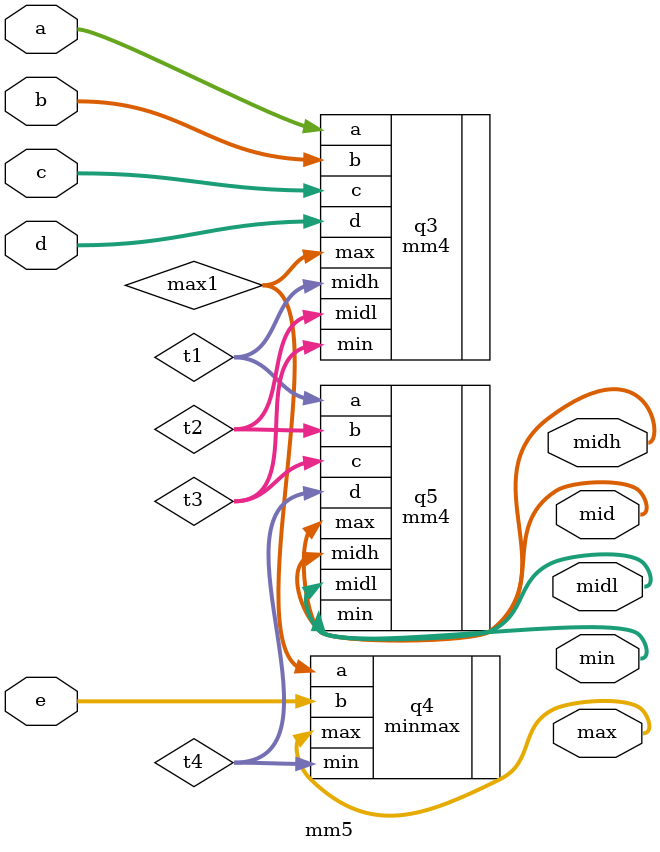
<source format=v>
module mm5 (a,b,c,d,e,max,midh,mid,midl,min);
	input [7:0] a,b,c,d,e;
	output [7:0] max,midh,mid,midl,min;
	
	wire [7:0] max1, t1,t2,t3,t4;
	
	//mm5 dut5_04(.a(),.b(),.c(),.d(),.e(),.max(),.midh(),.mid(),.midl(),.min());
	
	mm4 q3 (.a(a),.b(b),.c(c),.d(d),.max(max1),.midh(t1),.midl(t2),.min(t3));
	
	minmax q4(.a(max1),.b(e),.min(t4),.max(max));
	
	mm4 q5 (.a(t1),.b(t2),.c(t3),.d(t4),.max(midh),.midh(mid),.midl(midl),.min(min));
	
endmodule
</source>
